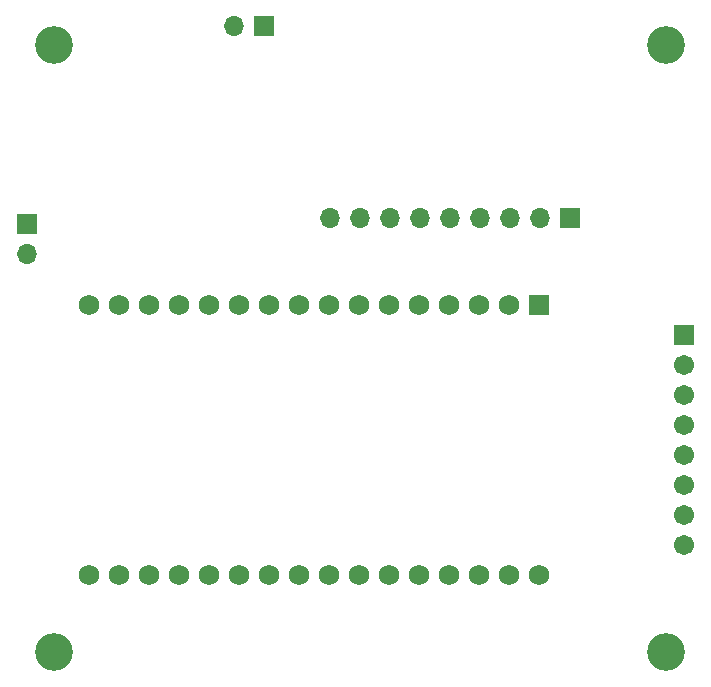
<source format=gbr>
%TF.GenerationSoftware,KiCad,Pcbnew,9.0.0*%
%TF.CreationDate,2025-11-19T13:49:17-06:00*%
%TF.ProjectId,FiltSure Prototype Three,46696c74-5375-4726-9520-50726f746f74,rev?*%
%TF.SameCoordinates,Original*%
%TF.FileFunction,Soldermask,Top*%
%TF.FilePolarity,Negative*%
%FSLAX46Y46*%
G04 Gerber Fmt 4.6, Leading zero omitted, Abs format (unit mm)*
G04 Created by KiCad (PCBNEW 9.0.0) date 2025-11-19 13:49:17*
%MOMM*%
%LPD*%
G01*
G04 APERTURE LIST*
G04 Aperture macros list*
%AMRoundRect*
0 Rectangle with rounded corners*
0 $1 Rounding radius*
0 $2 $3 $4 $5 $6 $7 $8 $9 X,Y pos of 4 corners*
0 Add a 4 corners polygon primitive as box body*
4,1,4,$2,$3,$4,$5,$6,$7,$8,$9,$2,$3,0*
0 Add four circle primitives for the rounded corners*
1,1,$1+$1,$2,$3*
1,1,$1+$1,$4,$5*
1,1,$1+$1,$6,$7*
1,1,$1+$1,$8,$9*
0 Add four rect primitives between the rounded corners*
20,1,$1+$1,$2,$3,$4,$5,0*
20,1,$1+$1,$4,$5,$6,$7,0*
20,1,$1+$1,$6,$7,$8,$9,0*
20,1,$1+$1,$8,$9,$2,$3,0*%
G04 Aperture macros list end*
%ADD10O,1.700000X1.700000*%
%ADD11R,1.700000X1.700000*%
%ADD12C,3.200000*%
%ADD13RoundRect,0.102000X-0.762000X0.762000X-0.762000X-0.762000X0.762000X-0.762000X0.762000X0.762000X0*%
%ADD14C,1.728000*%
%ADD15RoundRect,0.102000X-0.754000X0.754000X-0.754000X-0.754000X0.754000X-0.754000X0.754000X0.754000X0*%
%ADD16C,1.712000*%
G04 APERTURE END LIST*
D10*
%TO.C,J2*%
X113131600Y-66442600D03*
D11*
X115671600Y-66442600D03*
%TD*%
D12*
%TO.C,H4*%
X149707600Y-119383800D03*
%TD*%
%TO.C,H1*%
X149707600Y-68000000D03*
%TD*%
D11*
%TO.C,J1*%
X95605600Y-83201600D03*
D10*
X95605600Y-85741600D03*
%TD*%
D12*
%TO.C,H3*%
X97891600Y-119383800D03*
%TD*%
%TO.C,H2*%
X97891600Y-68000000D03*
%TD*%
D13*
%TO.C,U6*%
X138980600Y-90064600D03*
D14*
X136440600Y-90064600D03*
X133900600Y-90064600D03*
X131360600Y-90064600D03*
X128820600Y-90064600D03*
X126280600Y-90064600D03*
X123740600Y-90064600D03*
X121200600Y-90064600D03*
X118660600Y-90064600D03*
X116120600Y-90064600D03*
X113580600Y-90064600D03*
X111040600Y-90064600D03*
X108500600Y-90064600D03*
X105960600Y-90064600D03*
X103420600Y-90064600D03*
X100880600Y-90064600D03*
X138980600Y-112924600D03*
X136440600Y-112924600D03*
X133900600Y-112924600D03*
X131360600Y-112924600D03*
X128820600Y-112924600D03*
X126280600Y-112924600D03*
X123740600Y-112924600D03*
X121200600Y-112924600D03*
X118660600Y-112924600D03*
X116120600Y-112924600D03*
X113580600Y-112924600D03*
X111040600Y-112924600D03*
X108500600Y-112924600D03*
X105960600Y-112924600D03*
X103420600Y-112924600D03*
X100880600Y-112924600D03*
%TD*%
D11*
%TO.C,U3*%
X141579600Y-82698600D03*
D10*
X139039600Y-82698600D03*
X136499600Y-82698600D03*
X133959600Y-82698600D03*
X131419600Y-82698600D03*
X128879600Y-82698600D03*
X126339600Y-82698600D03*
X123799600Y-82698600D03*
X121259600Y-82698600D03*
%TD*%
D15*
%TO.C,M1*%
X151231600Y-92604600D03*
D16*
X151231600Y-95144600D03*
X151231600Y-97684600D03*
X151231600Y-100224600D03*
X151231600Y-102764600D03*
X151231600Y-105304600D03*
X151231600Y-107844600D03*
X151231600Y-110384600D03*
%TD*%
M02*

</source>
